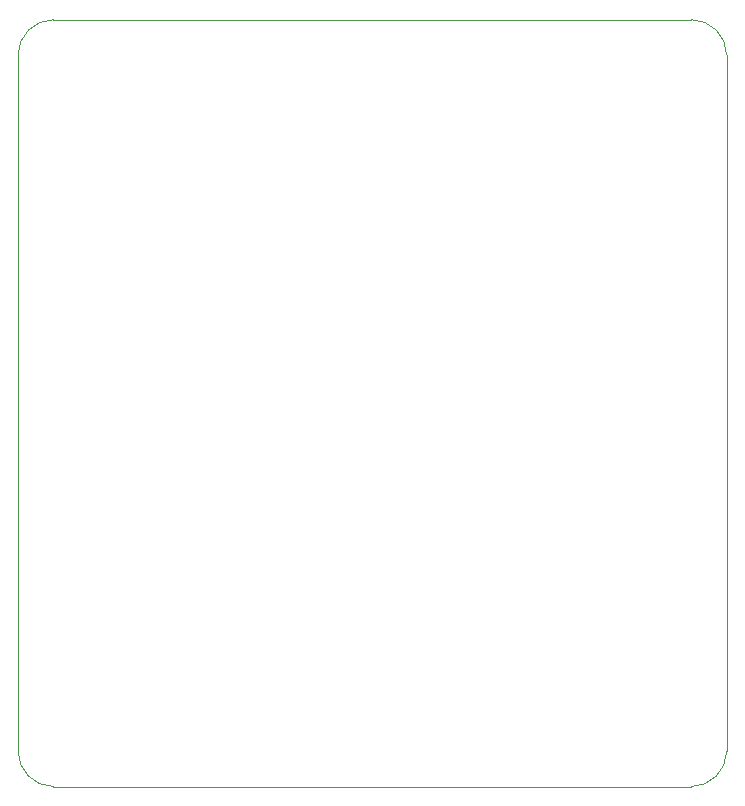
<source format=gbr>
%TF.GenerationSoftware,KiCad,Pcbnew,9.0.3*%
%TF.CreationDate,2025-07-28T19:21:27+02:00*%
%TF.ProjectId,USB_PD_JB,5553425f-5044-45f4-9a42-2e6b69636164,rev?*%
%TF.SameCoordinates,Original*%
%TF.FileFunction,Profile,NP*%
%FSLAX46Y46*%
G04 Gerber Fmt 4.6, Leading zero omitted, Abs format (unit mm)*
G04 Created by KiCad (PCBNEW 9.0.3) date 2025-07-28 19:21:27*
%MOMM*%
%LPD*%
G01*
G04 APERTURE LIST*
%TA.AperFunction,Profile*%
%ADD10C,0.050000*%
%TD*%
G04 APERTURE END LIST*
D10*
X119021282Y-135921319D02*
G75*
G02*
X116021281Y-132921319I18J3000019D01*
G01*
X116021282Y-132921319D02*
X116021282Y-74000000D01*
X176021319Y-74000001D02*
X176021319Y-132921320D01*
X116021320Y-74000000D02*
G75*
G02*
X119021320Y-71000020I2999980J0D01*
G01*
X119021282Y-135921319D02*
X173021282Y-135921320D01*
X173021320Y-71000001D02*
X119021320Y-71000000D01*
X173021320Y-71000001D02*
G75*
G02*
X176021299Y-74000001I-20J-2999999D01*
G01*
X176021282Y-132921320D02*
G75*
G02*
X173021282Y-135921282I-2999982J20D01*
G01*
M02*

</source>
